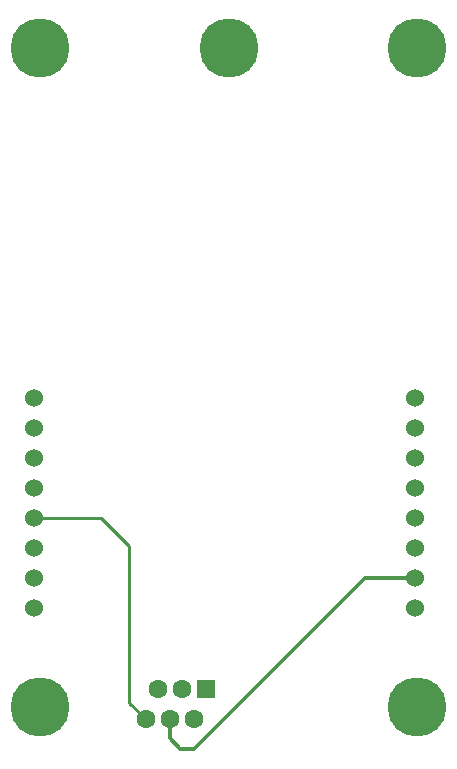
<source format=gbl>
G04 Layer: BottomLayer*
G04 EasyEDA v6.4.31, 2022-02-28 12:57:49*
G04 375ee36b19e9497eac9c01c2f8449273,7b35ab87edb5478c89a92b32cd25319b,10*
G04 Gerber Generator version 0.2*
G04 Scale: 100 percent, Rotated: No, Reflected: No *
G04 Dimensions in millimeters *
G04 leading zeros omitted , absolute positions ,4 integer and 5 decimal *
%FSLAX45Y45*%
%MOMM*%

%ADD10C,0.2540*%
%ADD11C,0.3000*%
%ADD12C,1.5240*%
%ADD13C,1.6000*%
%ADD14R,1.6000X1.6000*%
%ADD15C,5.0000*%

%LPD*%
D11*
X4187190Y2233421D02*
G01*
X3757422Y2233421D01*
X2311400Y787400D01*
X2197100Y787400D01*
X2108200Y876300D01*
X2107945Y1041400D01*
D10*
X961400Y2741300D02*
G01*
X1525899Y2741300D01*
X1765300Y2501900D01*
X1765300Y1180096D01*
X1903996Y1041400D01*
D12*
G01*
X961400Y3757300D03*
G01*
X961400Y3503300D03*
G01*
X961400Y3249300D03*
G01*
X961400Y2995300D03*
G01*
X961400Y2741300D03*
G01*
X961400Y2487300D03*
G01*
X961400Y2233300D03*
G01*
X961400Y1979300D03*
G01*
X4187200Y1979300D03*
G01*
X4187200Y2233300D03*
G01*
X4187200Y2487300D03*
G01*
X4187200Y2741300D03*
G01*
X4187200Y2995300D03*
G01*
X4187200Y3249300D03*
G01*
X4187200Y3503300D03*
G01*
X4187200Y3757300D03*
D13*
G01*
X2108009Y1041400D03*
G01*
X2209990Y1295400D03*
G01*
X2311996Y1041400D03*
D14*
G01*
X2414003Y1295400D03*
D13*
G01*
X1903996Y1041400D03*
G01*
X2006003Y1295400D03*
D15*
G01*
X1011999Y1141999D03*
G01*
X4199999Y1141999D03*
G01*
X1011999Y6721000D03*
G01*
X4199999Y6721000D03*
G01*
X2605999Y6721000D03*
M02*

</source>
